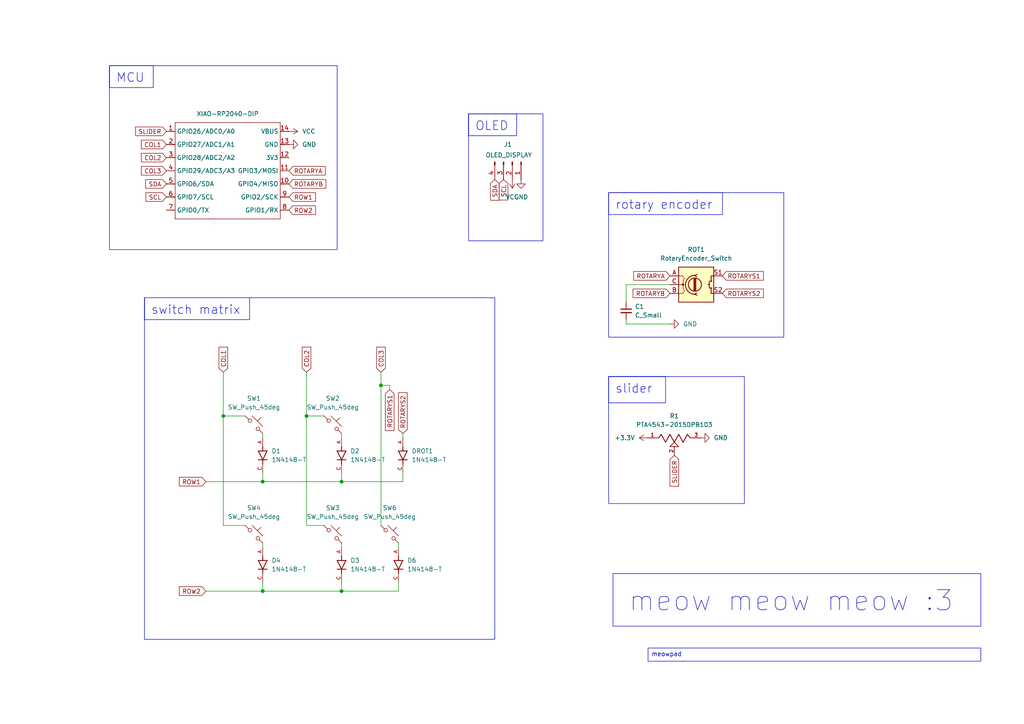
<source format=kicad_sch>
(kicad_sch (version 20231120) (generator "eeschema") (generator_version "8.0")
  (paper "A4")
  (lib_symbols
    (symbol "1N4148-T:1N4148-T" (pin_names (offset 1.016))
      (property "Reference" "D" (at -5.08 2.54 0))
      (property "Value" "1N4148-T" (at -5.08 -3.81 0))
      (symbol "1N4148-T_0_0"
        (polyline (pts (xy -2.54 0) (xy -1.27 0)) (stroke (width 0.254)))
        (polyline (pts (xy -1.27 -1.27) (xy 1.27 0)) (stroke (width 0.254)))
        (polyline (pts (xy -1.27 0) (xy -1.27 -1.27)) (stroke (width 0.254)))
        (polyline (pts (xy -1.27 1.27) (xy -1.27 0)) (stroke (width 0.254)))
        (polyline (pts (xy 1.27 0) (xy -1.27 1.27)) (stroke (width 0.254)))
        (polyline (pts (xy 1.27 0) (xy 1.27 -1.27)) (stroke (width 0.254)))
        (polyline (pts (xy 1.27 0) (xy 2.54 0)) (stroke (width 0.254)))
        (polyline (pts (xy 1.27 1.27) (xy 1.27 0)) (stroke (width 0.254)))
        (pin passive line (at -5.08 0 0) (length 2.54) (name "~") (number "A"))
        (pin passive line (at 5.08 0 180) (length 2.54) (name "~") (number "C"))
      )
    )
    (symbol "Connector:Conn_01x04_Pin" (pin_names (offset 1.016) hide)
      (property "Reference" "J" (at 0 5.08 0))
      (property "Value" "Conn_01x04_Pin" (at 0 -7.62 0))
      (symbol "Conn_01x04_Pin_1_1"
        (polyline (pts (xy 1.27 -5.08) (xy 0.8636 -5.08)) (stroke (width 0.1524)))
        (polyline (pts (xy 1.27 -2.54) (xy 0.8636 -2.54)) (stroke (width 0.1524)))
        (polyline (pts (xy 1.27 0) (xy 0.8636 0)) (stroke (width 0.1524)))
        (polyline (pts (xy 1.27 2.54) (xy 0.8636 2.54)) (stroke (width 0.1524)))
        (rectangle (start 0.8636 -4.953) (end 0 -5.207) (stroke (width 0.1524)) (fill (type outline)))
        (rectangle (start 0.8636 -2.413) (end 0 -2.667) (stroke (width 0.1524)) (fill (type outline)))
        (rectangle (start 0.8636 0.127) (end 0 -0.127) (stroke (width 0.1524)) (fill (type outline)))
        (rectangle (start 0.8636 2.667) (end 0 2.413) (stroke (width 0.1524)) (fill (type outline)))
        (pin passive line (at 5.08 2.54 180) (length 3.81) (name "Pin_1") (number "1"))
        (pin passive line (at 5.08 0 180) (length 3.81) (name "Pin_2") (number "2"))
        (pin passive line (at 5.08 -2.54 180) (length 3.81) (name "Pin_3") (number "3"))
        (pin passive line (at 5.08 -5.08 180) (length 3.81) (name "Pin_4") (number "4"))
      )
    )
    (symbol "Device:C_Small" (pin_numbers hide) (pin_names (offset 0.254) hide)
      (property "Reference" "C" (at 0.254 1.778 0))
      (property "Value" "C_Small" (at 0.254 -2.032 0))
      (symbol "C_Small_0_1"
        (polyline (pts (xy -1.524 -0.508) (xy 1.524 -0.508)) (stroke (width 0.3302)))
        (polyline (pts (xy -1.524 0.508) (xy 1.524 0.508)) (stroke (width 0.3048)))
      )
      (symbol "C_Small_1_1"
        (pin passive line (at 0 2.54 270) (length 2.032) (name "~") (number "1"))
        (pin passive line (at 0 -2.54 90) (length 2.032) (name "~") (number "2"))
      )
    )
    (symbol "Device:RotaryEncoder_Switch" (pin_names (offset 0.254) hide)
      (property "Reference" "SW" (at 0 6.604 0))
      (property "Value" "RotaryEncoder_Switch" (at 0 -6.604 0))
      (symbol "RotaryEncoder_Switch_0_1"
        (rectangle (start -5.08 5.08) (end 5.08 -5.08) (stroke (width 0.254)) (fill (type background)))
        (circle (center -3.81 0) (radius 0.254) (fill (type outline)))
        (circle (center -0.381 0) (radius 1.905) (stroke (width 0.254)))
        (arc (start -0.381 2.667) (mid -3.0988 -0.0635) (end -0.381 -2.794) (stroke (width 0.254)))
        (polyline (pts (xy -0.635 -1.778) (xy -0.635 1.778)) (stroke (width 0.254)))
        (polyline (pts (xy -0.381 -1.778) (xy -0.381 1.778)) (stroke (width 0.254)))
        (polyline (pts (xy -0.127 1.778) (xy -0.127 -1.778)) (stroke (width 0.254)))
        (polyline (pts (xy 3.81 0) (xy 3.429 0)) (stroke (width 0.254)))
        (polyline (pts (xy 3.81 1.016) (xy 3.81 -1.016)) (stroke (width 0.254)))
        (polyline (pts (xy -5.08 -2.54) (xy -3.81 -2.54) (xy -3.81 -2.032)))
        (polyline (pts (xy -5.08 2.54) (xy -3.81 2.54) (xy -3.81 2.032)))
        (polyline (pts (xy 0.254 -3.048) (xy -0.508 -2.794) (xy 0.127 -2.413)) (stroke (width 0.254)))
        (polyline (pts (xy 0.254 2.921) (xy -0.508 2.667) (xy 0.127 2.286)) (stroke (width 0.254)))
        (polyline (pts (xy 5.08 -2.54) (xy 4.318 -2.54) (xy 4.318 -1.016)) (stroke (width 0.254)))
        (polyline (pts (xy 5.08 2.54) (xy 4.318 2.54) (xy 4.318 1.016)) (stroke (width 0.254)))
        (polyline (pts (xy -5.08 0) (xy -3.81 0) (xy -3.81 -1.016) (xy -3.302 -2.032)))
        (polyline (pts (xy -4.318 0) (xy -3.81 0) (xy -3.81 1.016) (xy -3.302 2.032)))
        (circle (center 4.318 -1.016) (radius 0.127) (stroke (width 0.254)))
        (circle (center 4.318 1.016) (radius 0.127) (stroke (width 0.254)))
      )
      (symbol "RotaryEncoder_Switch_1_1"
        (pin passive line (at -7.62 2.54 0) (length 2.54) (name "A") (number "A"))
        (pin passive line (at -7.62 -2.54 0) (length 2.54) (name "B") (number "B"))
        (pin passive line (at -7.62 0 0) (length 2.54) (name "C") (number "C"))
        (pin passive line (at 7.62 2.54 180) (length 2.54) (name "S1") (number "S1"))
        (pin passive line (at 7.62 -2.54 180) (length 2.54) (name "S2") (number "S2"))
      )
    )
    (symbol "PTA4543-2015DPB103:PTA4543-2015DPB103" (pin_names (offset 1.016))
      (property "Reference" "R" (at -5.08 5.08 0))
      (property "Value" "PTA4543-2015DPB103" (at -5.08 2.54 0))
      (symbol "PTA4543-2015DPB103_0_0"
        (polyline (pts (xy -5.08 0) (xy -4.572 0)) (stroke (width 0.1524)))
        (polyline (pts (xy -4.572 0) (xy -3.81 1.016)) (stroke (width 0.254)))
        (polyline (pts (xy -3.81 1.016) (xy -2.54 -1.27)) (stroke (width 0.254)))
        (polyline (pts (xy -2.54 -1.27) (xy -1.27 1.016)) (stroke (width 0.254)))
        (polyline (pts (xy -1.27 -2.54) (xy 0 -1.27)) (stroke (width 0.2032)))
        (polyline (pts (xy -1.27 1.016) (xy 0 -1.27)) (stroke (width 0.254)))
        (polyline (pts (xy 0 -1.27) (xy 1.27 -2.54)) (stroke (width 0.2032)))
        (polyline (pts (xy 0 -1.27) (xy 1.27 1.016)) (stroke (width 0.254)))
        (polyline (pts (xy 1.27 -2.54) (xy -1.27 -2.54)) (stroke (width 0.2032)))
        (polyline (pts (xy 1.27 1.016) (xy 2.54 -1.27)) (stroke (width 0.254)))
        (polyline (pts (xy 2.54 -1.27) (xy 3.81 1.016)) (stroke (width 0.254)))
        (polyline (pts (xy 3.81 1.016) (xy 4.572 0)) (stroke (width 0.254)))
        (polyline (pts (xy 4.572 0) (xy 5.08 0)) (stroke (width 0.1524)))
        (pin passive line (at -7.62 0 0) (length 2.54) (name "~") (number "1"))
        (pin passive line (at 0 -5.08 90) (length 2.54) (name "~") (number "2"))
        (pin passive line (at 7.62 0 180) (length 2.54) (name "~") (number "3"))
      )
    )
    (symbol "Seeed_Studio_XIAO_Series:XIAO-RP2040-DIP"
      (property "Reference" "U" (at 0 0 0))
      (property "Value" "XIAO-RP2040-DIP" (at 5.334 -1.778 0))
      (symbol "XIAO-RP2040-DIP_1_0"
        (polyline (pts (xy -1.27 -30.48) (xy -1.27 -16.51)) (stroke (width 0.1524)))
        (polyline (pts (xy -1.27 -27.94) (xy -2.54 -27.94)) (stroke (width 0.1524)))
        (polyline (pts (xy -1.27 -24.13) (xy -2.54 -24.13)) (stroke (width 0.1524)))
        (polyline (pts (xy -1.27 -20.32) (xy -2.54 -20.32)) (stroke (width 0.1524)))
        (polyline (pts (xy -1.27 -16.51) (xy -2.54 -16.51)) (stroke (width 0.1524)))
        (polyline (pts (xy -1.27 -16.51) (xy -1.27 -12.7)) (stroke (width 0.1524)))
        (polyline (pts (xy -1.27 -12.7) (xy -2.54 -12.7)) (stroke (width 0.1524)))
        (polyline (pts (xy -1.27 -12.7) (xy -1.27 -8.89)) (stroke (width 0.1524)))
        (polyline (pts (xy -1.27 -8.89) (xy -2.54 -8.89)) (stroke (width 0.1524)))
        (polyline (pts (xy -1.27 -8.89) (xy -1.27 -5.08)) (stroke (width 0.1524)))
        (polyline (pts (xy -1.27 -5.08) (xy -2.54 -5.08)) (stroke (width 0.1524)))
        (polyline (pts (xy -1.27 -5.08) (xy -1.27 -2.54)) (stroke (width 0.1524)))
        (polyline (pts (xy -1.27 -2.54) (xy 29.21 -2.54)) (stroke (width 0.1524)))
        (polyline (pts (xy 29.21 -30.48) (xy -1.27 -30.48)) (stroke (width 0.1524)))
        (polyline (pts (xy 29.21 -12.7) (xy 29.21 -30.48)) (stroke (width 0.1524)))
        (polyline (pts (xy 29.21 -8.89) (xy 29.21 -12.7)) (stroke (width 0.1524)))
        (polyline (pts (xy 29.21 -5.08) (xy 29.21 -8.89)) (stroke (width 0.1524)))
        (polyline (pts (xy 29.21 -2.54) (xy 29.21 -5.08)) (stroke (width 0.1524)))
        (polyline (pts (xy 30.48 -27.94) (xy 29.21 -27.94)) (stroke (width 0.1524)))
        (polyline (pts (xy 30.48 -24.13) (xy 29.21 -24.13)) (stroke (width 0.1524)))
        (polyline (pts (xy 30.48 -20.32) (xy 29.21 -20.32)) (stroke (width 0.1524)))
        (polyline (pts (xy 30.48 -16.51) (xy 29.21 -16.51)) (stroke (width 0.1524)))
        (polyline (pts (xy 30.48 -12.7) (xy 29.21 -12.7)) (stroke (width 0.1524)))
        (polyline (pts (xy 30.48 -8.89) (xy 29.21 -8.89)) (stroke (width 0.1524)))
        (polyline (pts (xy 30.48 -5.08) (xy 29.21 -5.08)) (stroke (width 0.1524)))
        (pin passive line (at -3.81 -5.08 0) (length 2.54) (name "GPIO26/ADC0/A0") (number "1"))
        (pin passive line (at 31.75 -20.32 180) (length 2.54) (name "GPIO4/MISO") (number "10"))
        (pin passive line (at 31.75 -16.51 180) (length 2.54) (name "GPIO3/MOSI") (number "11"))
        (pin passive line (at 31.75 -12.7 180) (length 2.54) (name "3V3") (number "12"))
        (pin passive line (at 31.75 -8.89 180) (length 2.54) (name "GND") (number "13"))
        (pin passive line (at 31.75 -5.08 180) (length 2.54) (name "VBUS") (number "14"))
        (pin passive line (at -3.81 -8.89 0) (length 2.54) (name "GPIO27/ADC1/A1") (number "2"))
        (pin passive line (at -3.81 -12.7 0) (length 2.54) (name "GPIO28/ADC2/A2") (number "3"))
        (pin passive line (at -3.81 -16.51 0) (length 2.54) (name "GPIO29/ADC3/A3") (number "4"))
        (pin passive line (at -3.81 -20.32 0) (length 2.54) (name "GPIO6/SDA") (number "5"))
        (pin passive line (at -3.81 -24.13 0) (length 2.54) (name "GPIO7/SCL") (number "6"))
        (pin passive line (at -3.81 -27.94 0) (length 2.54) (name "GPIO0/TX") (number "7"))
        (pin passive line (at 31.75 -27.94 180) (length 2.54) (name "GPIO1/RX") (number "8"))
        (pin passive line (at 31.75 -24.13 180) (length 2.54) (name "GPIO2/SCK") (number "9"))
      )
    )
    (symbol "Switch:SW_Push_45deg" (pin_numbers hide) (pin_names (offset 1.016) hide)
      (property "Reference" "SW" (at 3.048 1.016 0))
      (property "Value" "SW_Push_45deg" (at 0 -3.81 0))
      (symbol "SW_Push_45deg_0_1"
        (circle (center -1.1684 1.1684) (radius 0.508))
        (polyline (pts (xy -0.508 2.54) (xy 2.54 -0.508)))
        (polyline (pts (xy 1.016 1.016) (xy 2.032 2.032)))
        (polyline (pts (xy -2.54 2.54) (xy -1.524 1.524) (xy -1.524 1.524)))
        (polyline (pts (xy 1.524 -1.524) (xy 2.54 -2.54) (xy 2.54 -2.54) (xy 2.54 -2.54)))
        (circle (center 1.143 -1.1938) (radius 0.508))
        (pin passive line (at -2.54 2.54 0) (length 0) (name "1") (number "1"))
        (pin passive line (at 2.54 -2.54 180) (length 0) (name "2") (number "2"))
      )
    )
    (symbol "power:+3.3V" (power) (pin_numbers hide) (pin_names (offset 0) hide)
      (property "Value" "+3.3V" (at 0 3.556 0))
      (symbol "+3.3V_0_1"
        (polyline (pts (xy -0.762 1.27) (xy 0 2.54)))
        (polyline (pts (xy 0 0) (xy 0 2.54)))
        (polyline (pts (xy 0 2.54) (xy 0.762 1.27)))
      )
      (symbol "+3.3V_1_1"
        (pin power_in line (at 0 0 90) (length 0) (name "~") (number "1"))
      )
    )
    (symbol "power:GND" (power) (pin_numbers hide) (pin_names (offset 0) hide)
      (property "Value" "GND" (at 0 -3.81 0))
      (symbol "GND_0_1"
        (polyline (pts (xy 0 0) (xy 0 -1.27) (xy 1.27 -1.27) (xy 0 -2.54) (xy -1.27 -1.27) (xy 0 -1.27)))
      )
      (symbol "GND_1_1"
        (pin power_in line (at 0 0 270) (length 0) (name "~") (number "1"))
      )
    )
    (symbol "power:VCC" (power) (pin_numbers hide) (pin_names (offset 0) hide)
      (property "Value" "VCC" (at 0 3.556 0))
      (symbol "VCC_0_1"
        (polyline (pts (xy -0.762 1.27) (xy 0 2.54)))
        (polyline (pts (xy 0 0) (xy 0 2.54)))
        (polyline (pts (xy 0 2.54) (xy 0.762 1.27)))
      )
      (symbol "VCC_1_1"
        (pin power_in line (at 0 0 90) (length 0) (name "~") (number "1"))
      )
    )
  )
  (junction (at 76.2 139.7))
  (junction (at 99.06 171.45))
  (junction (at 99.06 139.7))
  (junction (at 88.9 120.65))
  (junction (at 110.49 111.76))
  (junction (at 64.77 120.65))
  (junction (at 76.2 171.45))
  (wire (pts (xy 64.77 152.4) (xy 71.12 152.4)))
  (wire (pts (xy 110.49 111.76) (xy 110.49 107.95)))
  (wire (pts (xy 88.9 107.95) (xy 88.9 120.65)))
  (wire (pts (xy 99.06 157.48) (xy 99.06 158.75)))
  (wire (pts (xy 110.49 111.76) (xy 110.49 152.4)))
  (wire (pts (xy 88.9 120.65) (xy 93.98 120.65)))
  (wire (pts (xy 64.77 120.65) (xy 71.12 120.65)))
  (wire (pts (xy 76.2 139.7) (xy 99.06 139.7)))
  (wire (pts (xy 99.06 171.45) (xy 115.57 171.45)))
  (wire (pts (xy 115.57 157.48) (xy 115.57 158.75)))
  (wire (pts (xy 76.2 157.48) (xy 76.2 158.75)))
  (wire (pts (xy 113.03 111.76) (xy 113.03 113.03)))
  (wire (pts (xy 99.06 125.73) (xy 99.06 127)))
  (wire (pts (xy 64.77 120.65) (xy 64.77 152.4)))
  (wire (pts (xy 181.61 92.71) (xy 181.61 93.98)))
  (wire (pts (xy 181.61 82.55) (xy 181.61 87.63)))
  (wire (pts (xy 64.77 107.95) (xy 64.77 120.65)))
  (wire (pts (xy 99.06 139.7) (xy 116.84 139.7)))
  (wire (pts (xy 116.84 125.73) (xy 116.84 127)))
  (wire (pts (xy 76.2 137.16) (xy 76.2 139.7)))
  (wire (pts (xy 76.2 168.91) (xy 76.2 171.45)))
  (wire (pts (xy 110.49 111.76) (xy 113.03 111.76)))
  (wire (pts (xy 88.9 120.65) (xy 88.9 152.4)))
  (wire (pts (xy 76.2 125.73) (xy 76.2 127)))
  (wire (pts (xy 116.84 137.16) (xy 116.84 139.7)))
  (wire (pts (xy 194.31 82.55) (xy 181.61 82.55)))
  (wire (pts (xy 76.2 171.45) (xy 99.06 171.45)))
  (wire (pts (xy 59.69 171.45) (xy 76.2 171.45)))
  (wire (pts (xy 88.9 152.4) (xy 93.98 152.4)))
  (wire (pts (xy 99.06 139.7) (xy 99.06 137.16)))
  (wire (pts (xy 115.57 168.91) (xy 115.57 171.45)))
  (wire (pts (xy 59.69 139.7) (xy 76.2 139.7)))
  (wire (pts (xy 99.06 171.45) (xy 99.06 168.91)))
  (wire (pts (xy 181.61 93.98) (xy 194.31 93.98)))
  (rectangle (start 176.53 109.22) (end 215.9 146.05))
  (rectangle (start 135.89 33.02) (end 157.48 69.85))
  (rectangle (start 41.91 86.36) (end 143.51 185.42))
  (rectangle (start 176.53 55.88) (end 227.33 97.79))
  (rectangle (start 31.75 19.05) (end 97.79 72.39))
  (text_box "meowpad\n" (at 187.96 187.96 0) (size 96.52 3.81) (effects (font (size 1.27 1.27)) (justify left top)))
  (text_box "rotary encoder\n" (at 176.53 55.88 0) (size 33.02 6.35) (effects (font (size 2.54 2.54)) (justify left top)))
  (text_box "" (at 62.23 64.77 0) (size 0 0) (effects (font (size 2.54 2.54)) (justify left top)))
  (text_box "meow meow meow :3" (at 177.8 166.37 0) (size 106.68 15.24) (effects (font (size 5.842 5.842)) (justify left top)))
  (text_box "switch matrix" (at 41.91 86.36 0) (size 30.48 6.35) (effects (font (size 2.54 2.54)) (justify left top)))
  (text_box "MCU" (at 31.75 19.05 0) (size 12.7 6.35) (effects (font (size 2.54 2.54)) (justify left top)))
  (text_box "slider" (at 176.53 109.22 0) (size 16.51 7.62) (effects (font (size 2.54 2.54)) (justify left top)))
  (text_box "OLED" (at 135.89 33.02 0) (size 13.97 6.35) (effects (font (size 2.54 2.54)) (justify left top)))
  (global_label "SLIDER" (shape input) (at 48.26 38.1 180) (property "Intersheetrefs" "${INTERSHEET_REFS}" (effects (hide yes))))
  (global_label "ROTARYS2" (shape input) (at 209.55 85.09 0) (property "Intersheetrefs" "${INTERSHEET_REFS}" (effects (hide yes))))
  (global_label "SDA" (shape input) (at 143.51 52.07 270) (property "Intersheetrefs" "${INTERSHEET_REFS}" (effects (hide yes))))
  (global_label "SCL" (shape input) (at 48.26 57.15 180) (property "Intersheetrefs" "${INTERSHEET_REFS}" (effects (hide yes))))
  (global_label "ROTARYS1" (shape input) (at 113.03 113.03 270) (property "Intersheetrefs" "${INTERSHEET_REFS}" (effects (hide yes))))
  (global_label "ROTARYB" (shape input) (at 194.31 85.09 180) (property "Intersheetrefs" "${INTERSHEET_REFS}" (effects (hide yes))))
  (global_label "COL2" (shape input) (at 88.9 107.95 90) (property "Intersheetrefs" "${INTERSHEET_REFS}" (effects (hide yes))))
  (global_label "COL3" (shape input) (at 110.49 107.95 90) (property "Intersheetrefs" "${INTERSHEET_REFS}" (effects (hide yes))))
  (global_label "ROW1" (shape input) (at 83.82 57.15 0) (property "Intersheetrefs" "${INTERSHEET_REFS}" (effects (hide yes))))
  (global_label "SLIDER" (shape input) (at 195.58 132.08 270) (property "Intersheetrefs" "${INTERSHEET_REFS}" (effects (hide yes))))
  (global_label "ROW2" (shape input) (at 59.69 171.45 180) (property "Intersheetrefs" "${INTERSHEET_REFS}" (effects (hide yes))))
  (global_label "COL1" (shape input) (at 48.26 41.91 180) (property "Intersheetrefs" "${INTERSHEET_REFS}" (effects (hide yes))))
  (global_label "ROTARYS2" (shape input) (at 116.84 125.73 90) (property "Intersheetrefs" "${INTERSHEET_REFS}" (effects (hide yes))))
  (global_label "SCL" (shape input) (at 146.05 52.07 270) (property "Intersheetrefs" "${INTERSHEET_REFS}" (effects (hide yes))))
  (global_label "ROTARYA" (shape input) (at 194.31 80.01 180) (property "Intersheetrefs" "${INTERSHEET_REFS}" (effects (hide yes))))
  (global_label "COL3" (shape input) (at 48.26 49.53 180) (property "Intersheetrefs" "${INTERSHEET_REFS}" (effects (hide yes))))
  (global_label "ROW1" (shape input) (at 59.69 139.7 180) (property "Intersheetrefs" "${INTERSHEET_REFS}" (effects (hide yes))))
  (global_label "ROTARYS1" (shape input) (at 209.55 80.01 0) (property "Intersheetrefs" "${INTERSHEET_REFS}" (effects (hide yes))))
  (global_label "ROW2" (shape input) (at 83.82 60.96 0) (property "Intersheetrefs" "${INTERSHEET_REFS}" (effects (hide yes))))
  (global_label "COL1" (shape input) (at 64.77 107.95 90) (property "Intersheetrefs" "${INTERSHEET_REFS}" (effects (hide yes))))
  (global_label "SDA" (shape input) (at 48.26 53.34 180) (property "Intersheetrefs" "${INTERSHEET_REFS}" (effects (hide yes))))
  (global_label "ROTARYB" (shape input) (at 83.82 53.34 0) (property "Intersheetrefs" "${INTERSHEET_REFS}" (effects (hide yes))))
  (global_label "ROTARYA" (shape input) (at 83.82 49.53 0) (property "Intersheetrefs" "${INTERSHEET_REFS}" (effects (hide yes))))
  (global_label "COL2" (shape input) (at 48.26 45.72 180) (property "Intersheetrefs" "${INTERSHEET_REFS}" (effects (hide yes))))
  (symbol (lib_id "Device:C_Small") (at 181.61 90.17 0) (unit 1)
    (property "Reference" "C1" (at 184.15 88.9062 0) (effects (justify left)))
    (property "Value" "C_Small" (at 184.15 91.4462 0) (effects (justify left)))
    (property "Footprint" "Capacitor_THT:CP_Radial_D5.0mm_P2.50mm" (effects (hide yes)))
    (property "Description" "Unpolarized capacitor, small symbol" (effects (hide yes)))
  )
  (symbol (lib_id "power:VCC") (at 83.82 38.1 270) (unit 1)
    (property "Reference" "#PWR05" (effects (hide yes)))
    (property "Value" "VCC" (at 87.63 38.0999 90) (effects (justify left)))
    (property "Description" "Power symbol creates a global label with name \"VCC\"" (effects (hide yes)))
  )
  (symbol (lib_id "1N4148-T:1N4148-T") (at 99.06 163.83 270) (unit 1)
    (property "Reference" "D3" (at 101.6 162.5599 90) (effects (justify left)))
    (property "Value" "1N4148-T" (at 101.6 165.0999 90) (effects (justify left)))
    (property "Footprint" "1N4148-T:DIOAD820W60L400D200" (effects (hide yes)))
    (property "MF" "Diodes Inc." (effects (hide yes)))
    (property "MAXIMUM_PACKAGE_HEIGHT" "2 mm" (effects (hide yes)))
    (property "Package" "DO-35 Rectron" (effects (hide yes)))
    (property "Price" "None" (effects (hide yes)))
    (property "Check_prices" "https://www.snapeda.com/parts/1N4148-T/Diodes+Inc./view-part/?ref=eda" (effects (hide yes)))
    (property "STANDARD" "IPC 7351B" (effects (hide yes)))
    (property "PARTREV" "9-3" (effects (hide yes)))
    (property "SnapEDA_Link" "https://www.snapeda.com/parts/1N4148-T/Diodes+Inc./view-part/?ref=snap" (effects (hide yes)))
    (property "MP" "1N4148-T" (effects (hide yes)))
    (property "Description_1" "\n                        \n                            Diode Standard 75 V 300mA (DC) Through Hole DO-35 (DO-204AH)\n                        \n" (effects (hide yes)))
    (property "Availability" "In Stock" (effects (hide yes)))
    (property "MANUFACTURER" "Diodes Inc." (effects (hide yes)))
  )
  (symbol (lib_id "Switch:SW_Push_45deg") (at 96.52 123.19 0) (unit 1)
    (property "Reference" "SW2" (at 96.52 115.57 0))
    (property "Value" "SW_Push_45deg" (at 96.52 118.11 0))
    (property "Footprint" "Button_Switch_Keyboard:SW_Cherry_MX_1.00u_PCB" (effects (hide yes)))
    (property "Description" "Push button switch, normally open, two pins, 45° tilted" (effects (hide yes)))
  )
  (symbol (lib_id "power:GND") (at 83.82 41.91 90) (unit 1)
    (property "Reference" "#PWR04" (effects (hide yes)))
    (property "Value" "GND" (at 87.63 41.9099 90) (effects (justify right)))
    (property "Description" "Power symbol creates a global label with name \"GND\" , ground" (effects (hide yes)))
  )
  (symbol (lib_id "power:VCC") (at 148.59 52.07 180) (unit 1)
    (property "Reference" "#PWR02" (effects (hide yes)))
    (property "Value" "VCC" (at 148.59 57.15 0))
    (property "Description" "Power symbol creates a global label with name \"VCC\"" (effects (hide yes)))
  )
  (symbol (lib_id "Switch:SW_Push_45deg") (at 73.66 154.94 0) (unit 1)
    (property "Reference" "SW4" (at 73.66 147.32 0))
    (property "Value" "SW_Push_45deg" (at 73.66 149.86 0))
    (property "Footprint" "Button_Switch_Keyboard:SW_Cherry_MX_1.00u_PCB" (effects (hide yes)))
    (property "Description" "Push button switch, normally open, two pins, 45° tilted" (effects (hide yes)))
  )
  (symbol (lib_id "1N4148-T:1N4148-T") (at 116.84 132.08 270) (unit 1)
    (property "Reference" "DROT1" (at 119.38 130.8099 90) (effects (justify left)))
    (property "Value" "1N4148-T" (at 119.38 133.3499 90) (effects (justify left)))
    (property "Footprint" "1N4148-T:DIOAD820W60L400D200" (effects (hide yes)))
    (property "MF" "Diodes Inc." (effects (hide yes)))
    (property "MAXIMUM_PACKAGE_HEIGHT" "2 mm" (effects (hide yes)))
    (property "Package" "DO-35 Rectron" (effects (hide yes)))
    (property "Price" "None" (effects (hide yes)))
    (property "Check_prices" "https://www.snapeda.com/parts/1N4148-T/Diodes+Inc./view-part/?ref=eda" (effects (hide yes)))
    (property "STANDARD" "IPC 7351B" (effects (hide yes)))
    (property "PARTREV" "9-3" (effects (hide yes)))
    (property "SnapEDA_Link" "https://www.snapeda.com/parts/1N4148-T/Diodes+Inc./view-part/?ref=snap" (effects (hide yes)))
    (property "MP" "1N4148-T" (effects (hide yes)))
    (property "Description_1" "\n                        \n                            Diode Standard 75 V 300mA (DC) Through Hole DO-35 (DO-204AH)\n                        \n" (effects (hide yes)))
    (property "Availability" "In Stock" (effects (hide yes)))
    (property "MANUFACTURER" "Diodes Inc." (effects (hide yes)))
  )
  (symbol (lib_id "1N4148-T:1N4148-T") (at 99.06 132.08 270) (unit 1)
    (property "Reference" "D2" (at 101.6 130.8099 90) (effects (justify left)))
    (property "Value" "1N4148-T" (at 101.6 133.3499 90) (effects (justify left)))
    (property "Footprint" "1N4148-T:DIOAD820W60L400D200" (effects (hide yes)))
    (property "MF" "Diodes Inc." (effects (hide yes)))
    (property "MAXIMUM_PACKAGE_HEIGHT" "2 mm" (effects (hide yes)))
    (property "Package" "DO-35 Rectron" (effects (hide yes)))
    (property "Price" "None" (effects (hide yes)))
    (property "Check_prices" "https://www.snapeda.com/parts/1N4148-T/Diodes+Inc./view-part/?ref=eda" (effects (hide yes)))
    (property "STANDARD" "IPC 7351B" (effects (hide yes)))
    (property "PARTREV" "9-3" (effects (hide yes)))
    (property "SnapEDA_Link" "https://www.snapeda.com/parts/1N4148-T/Diodes+Inc./view-part/?ref=snap" (effects (hide yes)))
    (property "MP" "1N4148-T" (effects (hide yes)))
    (property "Description_1" "\n                        \n                            Diode Standard 75 V 300mA (DC) Through Hole DO-35 (DO-204AH)\n                        \n" (effects (hide yes)))
    (property "Availability" "In Stock" (effects (hide yes)))
    (property "MANUFACTURER" "Diodes Inc." (effects (hide yes)))
  )
  (symbol (lib_id "Connector:Conn_01x04_Pin") (at 148.59 46.99 270) (unit 1)
    (property "Reference" "J1" (at 147.32 41.91 90))
    (property "Value" "OLED_DISPLAY" (at 147.574 44.958 90))
    (property "Footprint" "oled:SSD1306-0.91-OLED-4pin-128x32" (effects (hide yes)))
    (property "Description" "Generic connector, single row, 01x04, script generated" (effects (hide yes)))
  )
  (symbol (lib_id "1N4148-T:1N4148-T") (at 76.2 132.08 270) (unit 1)
    (property "Reference" "D1" (at 78.74 130.8099 90) (effects (justify left)))
    (property "Value" "1N4148-T" (at 78.74 133.3499 90) (effects (justify left)))
    (property "Footprint" "1N4148-T:DIOAD820W60L400D200" (effects (hide yes)))
    (property "MF" "Diodes Inc." (effects (hide yes)))
    (property "MAXIMUM_PACKAGE_HEIGHT" "2 mm" (effects (hide yes)))
    (property "Package" "DO-35 Rectron" (effects (hide yes)))
    (property "Price" "None" (effects (hide yes)))
    (property "Check_prices" "https://www.snapeda.com/parts/1N4148-T/Diodes+Inc./view-part/?ref=eda" (effects (hide yes)))
    (property "STANDARD" "IPC 7351B" (effects (hide yes)))
    (property "PARTREV" "9-3" (effects (hide yes)))
    (property "SnapEDA_Link" "https://www.snapeda.com/parts/1N4148-T/Diodes+Inc./view-part/?ref=snap" (effects (hide yes)))
    (property "MP" "1N4148-T" (effects (hide yes)))
    (property "Description_1" "\n                        \n                            Diode Standard 75 V 300mA (DC) Through Hole DO-35 (DO-204AH)\n                        \n" (effects (hide yes)))
    (property "Availability" "In Stock" (effects (hide yes)))
    (property "MANUFACTURER" "Diodes Inc." (effects (hide yes)))
  )
  (symbol (lib_id "power:GND") (at 151.13 52.07 0) (mirror y) (unit 1)
    (property "Reference" "#PWR01" (effects (hide yes)))
    (property "Value" "GND" (at 151.13 57.15 0))
    (property "Description" "Power symbol creates a global label with name \"GND\" , ground" (effects (hide yes)))
  )
  (symbol (lib_id "power:GND") (at 194.31 93.98 90) (unit 1)
    (property "Reference" "#PWR03" (effects (hide yes)))
    (property "Value" "GND" (at 198.12 93.9799 90) (effects (justify right)))
    (property "Description" "Power symbol creates a global label with name \"GND\" , ground" (effects (hide yes)))
  )
  (symbol (lib_id "1N4148-T:1N4148-T") (at 115.57 163.83 270) (unit 1)
    (property "Reference" "D6" (at 118.11 162.5599 90) (effects (justify left)))
    (property "Value" "1N4148-T" (at 118.11 165.0999 90) (effects (justify left)))
    (property "Footprint" "1N4148-T:DIOAD820W60L400D200" (effects (hide yes)))
    (property "MF" "Diodes Inc." (effects (hide yes)))
    (property "MAXIMUM_PACKAGE_HEIGHT" "2 mm" (effects (hide yes)))
    (property "Package" "DO-35 Rectron" (effects (hide yes)))
    (property "Price" "None" (effects (hide yes)))
    (property "Check_prices" "https://www.snapeda.com/parts/1N4148-T/Diodes+Inc./view-part/?ref=eda" (effects (hide yes)))
    (property "STANDARD" "IPC 7351B" (effects (hide yes)))
    (property "PARTREV" "9-3" (effects (hide yes)))
    (property "SnapEDA_Link" "https://www.snapeda.com/parts/1N4148-T/Diodes+Inc./view-part/?ref=snap" (effects (hide yes)))
    (property "MP" "1N4148-T" (effects (hide yes)))
    (property "Description_1" "\n                        \n                            Diode Standard 75 V 300mA (DC) Through Hole DO-35 (DO-204AH)\n                        \n" (effects (hide yes)))
    (property "Availability" "In Stock" (effects (hide yes)))
    (property "MANUFACTURER" "Diodes Inc." (effects (hide yes)))
  )
  (symbol (lib_id "Switch:SW_Push_45deg") (at 113.03 154.94 0) (unit 1)
    (property "Reference" "SW6" (at 113.03 147.32 0))
    (property "Value" "SW_Push_45deg" (at 113.03 149.86 0))
    (property "Footprint" "Button_Switch_Keyboard:SW_Cherry_MX_1.00u_PCB" (effects (hide yes)))
    (property "Description" "Push button switch, normally open, two pins, 45° tilted" (effects (hide yes)))
  )
  (symbol (lib_id "power:+3.3V") (at 187.96 127 90) (unit 1)
    (property "Reference" "#PWR06" (effects (hide yes)))
    (property "Value" "+3.3V" (at 184.15 126.9999 90) (effects (justify left)))
    (property "Description" "Power symbol creates a global label with name \"+3.3V\"" (effects (hide yes)))
  )
  (symbol (lib_id "Device:RotaryEncoder_Switch") (at 201.93 82.55 0) (unit 1)
    (property "Reference" "ROT1" (at 201.93 72.39 0))
    (property "Value" "RotaryEncoder_Switch" (at 201.93 74.93 0))
    (property "Footprint" "Rotary_Encoder:RotaryEncoder_Alps_EC11E-Switch_Vertical_H20mm_MountingHoles" (effects (hide yes)))
    (property "Description" "Rotary encoder, dual channel, incremental quadrate outputs, with switch" (effects (hide yes)))
  )
  (symbol (lib_id "power:GND") (at 203.2 127 90) (unit 1)
    (property "Reference" "#PWR07" (effects (hide yes)))
    (property "Value" "GND" (at 207.01 126.9999 90) (effects (justify right)))
    (property "Description" "Power symbol creates a global label with name \"GND\" , ground" (effects (hide yes)))
  )
  (symbol (lib_id "Switch:SW_Push_45deg") (at 73.66 123.19 0) (unit 1)
    (property "Reference" "SW1" (at 73.66 115.57 0))
    (property "Value" "SW_Push_45deg" (at 73.66 118.11 0))
    (property "Footprint" "Button_Switch_Keyboard:SW_Cherry_MX_1.00u_PCB" (effects (hide yes)))
    (property "Description" "Push button switch, normally open, two pins, 45° tilted" (effects (hide yes)))
  )
  (symbol (lib_id "PTA4543-2015DPB103:PTA4543-2015DPB103") (at 195.58 127 0) (unit 1)
    (property "Reference" "R1" (at 195.58 120.65 0))
    (property "Value" "PTA4543-2015DPB103" (at 195.58 123.19 0))
    (property "Footprint" "PTA4543-2015DPB103:TRIM_PTA4543-2015DPB103" (effects (hide yes)))
    (property "MF" "Bourns" (effects (hide yes)))
    (property "MAXIMUM_PACKAGE_HEIGHT" "21.5 mm" (effects (hide yes)))
    (property "Package" "None" (effects (hide yes)))
    (property "Price" "None" (effects (hide yes)))
    (property "Check_prices" "https://www.snapeda.com/parts/PTA4543-2015DPB103/Bourns/view-part/?ref=eda" (effects (hide yes)))
    (property "STANDARD" "Manufacturer Recommendations" (effects (hide yes)))
    (property "PARTREV" "04/21" (effects (hide yes)))
    (property "SnapEDA_Link" "https://www.snapeda.com/parts/PTA4543-2015DPB103/Bourns/view-part/?ref=snap" (effects (hide yes)))
    (property "MP" "PTA4543-2015DPB103" (effects (hide yes)))
    (property "Description_1" "\n                        \n                            PTA Series, Linear Potentiometer, 10kOhms, +/-20%, 0.25W, Through Hole | Bourns PTA4543-2015DPB103\n                        \n" (effects (hide yes)))
    (property "MANUFACTURER" "Bourns" (effects (hide yes)))
    (property "Availability" "In Stock" (effects (hide yes)))
    (property "SNAPEDA_PN" "PTA4543-2015DPB103" (effects (hide yes)))
  )
  (symbol (lib_id "1N4148-T:1N4148-T") (at 76.2 163.83 270) (unit 1)
    (property "Reference" "D4" (at 78.74 162.5599 90) (effects (justify left)))
    (property "Value" "1N4148-T" (at 78.74 165.0999 90) (effects (justify left)))
    (property "Footprint" "1N4148-T:DIOAD820W60L400D200" (effects (hide yes)))
    (property "MF" "Diodes Inc." (effects (hide yes)))
    (property "MAXIMUM_PACKAGE_HEIGHT" "2 mm" (effects (hide yes)))
    (property "Package" "DO-35 Rectron" (effects (hide yes)))
    (property "Price" "None" (effects (hide yes)))
    (property "Check_prices" "https://www.snapeda.com/parts/1N4148-T/Diodes+Inc./view-part/?ref=eda" (effects (hide yes)))
    (property "STANDARD" "IPC 7351B" (effects (hide yes)))
    (property "PARTREV" "9-3" (effects (hide yes)))
    (property "SnapEDA_Link" "https://www.snapeda.com/parts/1N4148-T/Diodes+Inc./view-part/?ref=snap" (effects (hide yes)))
    (property "MP" "1N4148-T" (effects (hide yes)))
    (property "Description_1" "\n                        \n                            Diode Standard 75 V 300mA (DC) Through Hole DO-35 (DO-204AH)\n                        \n" (effects (hide yes)))
    (property "Availability" "In Stock" (effects (hide yes)))
    (property "MANUFACTURER" "Diodes Inc." (effects (hide yes)))
  )
  (symbol (lib_id "Switch:SW_Push_45deg") (at 96.52 154.94 0) (unit 1)
    (property "Reference" "SW3" (at 96.52 147.32 0))
    (property "Value" "SW_Push_45deg" (at 96.52 149.86 0))
    (property "Footprint" "Button_Switch_Keyboard:SW_Cherry_MX_1.00u_PCB" (effects (hide yes)))
    (property "Description" "Push button switch, normally open, two pins, 45° tilted" (effects (hide yes)))
  )
  (symbol (lib_id "Seeed_Studio_XIAO_Series:XIAO-RP2040-DIP") (at 52.07 33.02 0) (unit 1)
    (property "Reference" "U2" (effects (hide yes)))
    (property "Value" "XIAO-RP2040-DIP" (at 66.04 33.02 0))
    (property "Footprint" "Seeed Studio XIAO Series Library:XIAO-RA4M1-SMD" (effects (hide yes)))
  )
)
</source>
